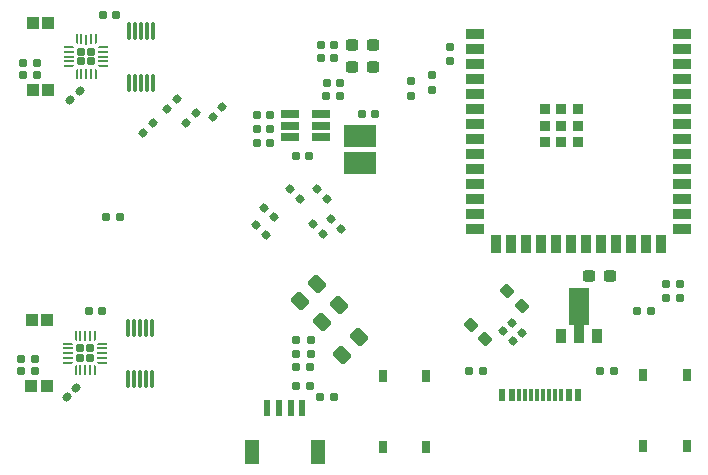
<source format=gbr>
%TF.GenerationSoftware,KiCad,Pcbnew,7.0.2*%
%TF.CreationDate,2023-05-16T16:20:19-04:00*%
%TF.ProjectId,mini_motor_go,6d696e69-5f6d-46f7-946f-725f676f2e6b,rev?*%
%TF.SameCoordinates,Original*%
%TF.FileFunction,Paste,Top*%
%TF.FilePolarity,Positive*%
%FSLAX46Y46*%
G04 Gerber Fmt 4.6, Leading zero omitted, Abs format (unit mm)*
G04 Created by KiCad (PCBNEW 7.0.2) date 2023-05-16 16:20:19*
%MOMM*%
%LPD*%
G01*
G04 APERTURE LIST*
G04 Aperture macros list*
%AMRoundRect*
0 Rectangle with rounded corners*
0 $1 Rounding radius*
0 $2 $3 $4 $5 $6 $7 $8 $9 X,Y pos of 4 corners*
0 Add a 4 corners polygon primitive as box body*
4,1,4,$2,$3,$4,$5,$6,$7,$8,$9,$2,$3,0*
0 Add four circle primitives for the rounded corners*
1,1,$1+$1,$2,$3*
1,1,$1+$1,$4,$5*
1,1,$1+$1,$6,$7*
1,1,$1+$1,$8,$9*
0 Add four rect primitives between the rounded corners*
20,1,$1+$1,$2,$3,$4,$5,0*
20,1,$1+$1,$4,$5,$6,$7,0*
20,1,$1+$1,$6,$7,$8,$9,0*
20,1,$1+$1,$8,$9,$2,$3,0*%
%AMFreePoly0*
4,1,14,0.289644,0.110355,0.410355,-0.010356,0.425000,-0.045711,0.425000,-0.075000,0.410355,-0.110355,0.375000,-0.125000,-0.375000,-0.125000,-0.410355,-0.110355,-0.425000,-0.075000,-0.425000,0.075000,-0.410355,0.110355,-0.375000,0.125000,0.254289,0.125000,0.289644,0.110355,0.289644,0.110355,$1*%
%AMFreePoly1*
4,1,14,0.410355,0.110355,0.425000,0.075000,0.425000,0.045711,0.410355,0.010356,0.289644,-0.110355,0.254289,-0.125000,-0.375000,-0.125000,-0.410355,-0.110355,-0.425000,-0.075000,-0.425000,0.075000,-0.410355,0.110355,-0.375000,0.125000,0.375000,0.125000,0.410355,0.110355,0.410355,0.110355,$1*%
%AMFreePoly2*
4,1,14,0.110355,0.410355,0.125000,0.375000,0.125000,-0.375000,0.110355,-0.410355,0.075000,-0.425000,-0.075000,-0.425000,-0.110355,-0.410355,-0.125000,-0.375000,-0.125000,0.254289,-0.110355,0.289644,0.010356,0.410355,0.045711,0.425000,0.075000,0.425000,0.110355,0.410355,0.110355,0.410355,$1*%
%AMFreePoly3*
4,1,14,-0.010356,0.410355,0.110355,0.289644,0.125000,0.254289,0.125000,-0.375000,0.110355,-0.410355,0.075000,-0.425000,-0.075000,-0.425000,-0.110355,-0.410355,-0.125000,-0.375000,-0.125000,0.375000,-0.110355,0.410355,-0.075000,0.425000,-0.045711,0.425000,-0.010356,0.410355,-0.010356,0.410355,$1*%
%AMFreePoly4*
4,1,14,0.410355,0.110355,0.425000,0.075000,0.425000,-0.075000,0.410355,-0.110355,0.375000,-0.125000,-0.254289,-0.125000,-0.289644,-0.110355,-0.410355,0.010356,-0.425000,0.045711,-0.425000,0.075000,-0.410355,0.110355,-0.375000,0.125000,0.375000,0.125000,0.410355,0.110355,0.410355,0.110355,$1*%
%AMFreePoly5*
4,1,14,0.410355,0.110355,0.425000,0.075000,0.425000,-0.075000,0.410355,-0.110355,0.375000,-0.125000,-0.375000,-0.125000,-0.410355,-0.110355,-0.425000,-0.075000,-0.425000,-0.045711,-0.410355,-0.010356,-0.289644,0.110355,-0.254289,0.125000,0.375000,0.125000,0.410355,0.110355,0.410355,0.110355,$1*%
%AMFreePoly6*
4,1,14,0.110355,0.410355,0.125000,0.375000,0.125000,-0.254289,0.110355,-0.289644,-0.010356,-0.410355,-0.045711,-0.425000,-0.075000,-0.425000,-0.110355,-0.410355,-0.125000,-0.375000,-0.125000,0.375000,-0.110355,0.410355,-0.075000,0.425000,0.075000,0.425000,0.110355,0.410355,0.110355,0.410355,$1*%
%AMFreePoly7*
4,1,14,0.110355,0.410355,0.125000,0.375000,0.125000,-0.375000,0.110355,-0.410355,0.075000,-0.425000,0.045711,-0.425000,0.010356,-0.410355,-0.110355,-0.289644,-0.125000,-0.254289,-0.125000,0.375000,-0.110355,0.410355,-0.075000,0.425000,0.075000,0.425000,0.110355,0.410355,0.110355,0.410355,$1*%
%AMFreePoly8*
4,1,9,3.862500,-0.866500,0.737500,-0.866500,0.737500,-0.450000,-0.737500,-0.450000,-0.737500,0.450000,0.737500,0.450000,0.737500,0.866500,3.862500,0.866500,3.862500,-0.866500,3.862500,-0.866500,$1*%
G04 Aperture macros list end*
%ADD10R,1.100000X1.000000*%
%ADD11RoundRect,0.172500X0.172500X-0.172500X0.172500X0.172500X-0.172500X0.172500X-0.172500X-0.172500X0*%
%ADD12FreePoly0,90.000000*%
%ADD13RoundRect,0.062500X0.062500X-0.362500X0.062500X0.362500X-0.062500X0.362500X-0.062500X-0.362500X0*%
%ADD14FreePoly1,90.000000*%
%ADD15FreePoly2,90.000000*%
%ADD16RoundRect,0.062500X0.362500X-0.062500X0.362500X0.062500X-0.362500X0.062500X-0.362500X-0.062500X0*%
%ADD17FreePoly3,90.000000*%
%ADD18FreePoly4,90.000000*%
%ADD19RoundRect,0.062500X0.062500X-0.350000X0.062500X0.350000X-0.062500X0.350000X-0.062500X-0.350000X0*%
%ADD20FreePoly5,90.000000*%
%ADD21FreePoly6,90.000000*%
%ADD22FreePoly7,90.000000*%
%ADD23RoundRect,0.155000X0.040659X0.259862X-0.259862X-0.040659X-0.040659X-0.259862X0.259862X0.040659X0*%
%ADD24RoundRect,0.160000X-0.160000X0.197500X-0.160000X-0.197500X0.160000X-0.197500X0.160000X0.197500X0*%
%ADD25RoundRect,0.030000X0.120000X-0.695000X0.120000X0.695000X-0.120000X0.695000X-0.120000X-0.695000X0*%
%ADD26RoundRect,0.160000X0.026517X0.252791X-0.252791X-0.026517X-0.026517X-0.252791X0.252791X0.026517X0*%
%ADD27RoundRect,0.250000X0.088388X-0.548008X0.548008X-0.088388X-0.088388X0.548008X-0.548008X0.088388X0*%
%ADD28RoundRect,0.160000X0.197500X0.160000X-0.197500X0.160000X-0.197500X-0.160000X0.197500X-0.160000X0*%
%ADD29RoundRect,0.160000X-0.197500X-0.160000X0.197500X-0.160000X0.197500X0.160000X-0.197500X0.160000X0*%
%ADD30RoundRect,0.155000X-0.212500X-0.155000X0.212500X-0.155000X0.212500X0.155000X-0.212500X0.155000X0*%
%ADD31R,2.800000X1.850000*%
%ADD32RoundRect,0.160000X0.160000X-0.197500X0.160000X0.197500X-0.160000X0.197500X-0.160000X-0.197500X0*%
%ADD33R,0.700000X1.000000*%
%ADD34RoundRect,0.155000X0.212500X0.155000X-0.212500X0.155000X-0.212500X-0.155000X0.212500X-0.155000X0*%
%ADD35RoundRect,0.160000X-0.026517X-0.252791X0.252791X0.026517X0.026517X0.252791X-0.252791X-0.026517X0*%
%ADD36R,1.500000X0.900000*%
%ADD37R,0.900000X1.500000*%
%ADD38R,0.900000X0.900000*%
%ADD39RoundRect,0.160000X-0.252791X0.026517X0.026517X-0.252791X0.252791X-0.026517X-0.026517X0.252791X0*%
%ADD40RoundRect,0.160000X0.252791X-0.026517X-0.026517X0.252791X-0.252791X0.026517X0.026517X-0.252791X0*%
%ADD41RoundRect,0.237500X0.380070X-0.044194X-0.044194X0.380070X-0.380070X0.044194X0.044194X-0.380070X0*%
%ADD42RoundRect,0.237500X-0.300000X-0.237500X0.300000X-0.237500X0.300000X0.237500X-0.300000X0.237500X0*%
%ADD43R,1.560000X0.650000*%
%ADD44R,0.600000X1.100000*%
%ADD45R,0.300000X1.100000*%
%ADD46RoundRect,0.155000X-0.155000X0.212500X-0.155000X-0.212500X0.155000X-0.212500X0.155000X0.212500X0*%
%ADD47RoundRect,0.237500X0.300000X0.237500X-0.300000X0.237500X-0.300000X-0.237500X0.300000X-0.237500X0*%
%ADD48R,0.599440X1.348740*%
%ADD49R,1.198880X1.998980*%
%ADD50R,0.900000X1.300000*%
%ADD51FreePoly8,90.000000*%
G04 APERTURE END LIST*
D10*
%TO.C,R1*%
X122602301Y-89038832D03*
X121302301Y-89038832D03*
%TD*%
%TO.C,R2*%
X122616183Y-83423249D03*
X121316183Y-83423249D03*
%TD*%
%TO.C,R15*%
X122692299Y-63932415D03*
X121392299Y-63932415D03*
%TD*%
%TO.C,R16*%
X122707923Y-58313966D03*
X121407923Y-58313966D03*
%TD*%
D11*
%TO.C,U5*%
X125439938Y-86644093D03*
X126239938Y-86644093D03*
X125439938Y-85844093D03*
X126239938Y-85844093D03*
D12*
X125039938Y-87694093D03*
D13*
X125439938Y-87694093D03*
X125839938Y-87694093D03*
X126239938Y-87694093D03*
D14*
X126639938Y-87694093D03*
D15*
X127289938Y-87044093D03*
D16*
X127289938Y-86644093D03*
X127289938Y-86244093D03*
X127289938Y-85844093D03*
D17*
X127289938Y-85444093D03*
D18*
X126639938Y-84794093D03*
D13*
X126239938Y-84794093D03*
D19*
X125839938Y-84806593D03*
D13*
X125439938Y-84794093D03*
D20*
X125039938Y-84794093D03*
D21*
X124389938Y-85444093D03*
D16*
X124389938Y-85844093D03*
X124389938Y-86244093D03*
X124389938Y-86644093D03*
D22*
X124389938Y-87044093D03*
%TD*%
D11*
%TO.C,U2*%
X125531600Y-61536400D03*
X126331600Y-61536400D03*
X125531600Y-60736400D03*
X126331600Y-60736400D03*
D12*
X125131600Y-62586400D03*
D13*
X125531600Y-62586400D03*
X125931600Y-62586400D03*
X126331600Y-62586400D03*
D14*
X126731600Y-62586400D03*
D15*
X127381600Y-61936400D03*
D16*
X127381600Y-61536400D03*
X127381600Y-61136400D03*
X127381600Y-60736400D03*
D17*
X127381600Y-60336400D03*
D18*
X126731600Y-59686400D03*
D13*
X126331600Y-59686400D03*
D19*
X125931600Y-59698900D03*
D13*
X125531600Y-59686400D03*
D20*
X125131600Y-59686400D03*
D21*
X124481600Y-60336400D03*
D16*
X124481600Y-60736400D03*
X124481600Y-61136400D03*
X124481600Y-61536400D03*
D22*
X124481600Y-61936400D03*
%TD*%
D23*
%TO.C,C2*%
X125104280Y-89164457D03*
X124301714Y-89967023D03*
%TD*%
D24*
%TO.C,R14*%
X153416000Y-63246000D03*
X153416000Y-64441000D03*
%TD*%
D25*
%TO.C,U4*%
X129570599Y-63370400D03*
X130070599Y-63370400D03*
X130570599Y-63370400D03*
X131070599Y-63370400D03*
X131570599Y-63370400D03*
X131570599Y-58970400D03*
X131070599Y-58970400D03*
X130570599Y-58970400D03*
X130070599Y-58970400D03*
X129570599Y-58970400D03*
%TD*%
D26*
%TO.C,R7*%
X135233210Y-65934790D03*
X134388218Y-66779782D03*
%TD*%
D27*
%TO.C,<-3V3*%
X144001476Y-81810181D03*
X145451044Y-80360613D03*
%TD*%
%TO.C,<-Io8*%
X147614454Y-86368783D03*
X149064022Y-84919215D03*
%TD*%
D25*
%TO.C,U3*%
X129479524Y-88476458D03*
X129979524Y-88476458D03*
X130479524Y-88476458D03*
X130979524Y-88476458D03*
X131479524Y-88476458D03*
X131479524Y-84076458D03*
X130979524Y-84076458D03*
X130479524Y-84076458D03*
X129979524Y-84076458D03*
X129479524Y-84076458D03*
%TD*%
D28*
%TO.C,R25*%
X173781468Y-82714817D03*
X172586468Y-82714817D03*
%TD*%
D29*
%TO.C,R17*%
X146242500Y-64472000D03*
X147437500Y-64472000D03*
%TD*%
D28*
%TO.C,R33*%
X144925100Y-85160104D03*
X143730100Y-85160104D03*
%TD*%
D30*
%TO.C,C6*%
X120616900Y-62664000D03*
X121751900Y-62664000D03*
%TD*%
D31*
%TO.C,L1*%
X149098000Y-67883000D03*
X149098000Y-70183000D03*
%TD*%
D28*
%TO.C,R22*%
X144932658Y-86282843D03*
X143737658Y-86282843D03*
%TD*%
D26*
%TO.C,R5*%
X133634815Y-64739185D03*
X132789823Y-65584177D03*
%TD*%
D28*
%TO.C,R24*%
X170642456Y-87745727D03*
X169447456Y-87745727D03*
%TD*%
D32*
%TO.C,R19*%
X141485388Y-68458015D03*
X141485388Y-67263015D03*
%TD*%
D30*
%TO.C,C13*%
X146296573Y-63398198D03*
X147431573Y-63398198D03*
%TD*%
D33*
%TO.C,J7*%
X173084000Y-94138000D03*
X173084000Y-88138000D03*
X176784000Y-94138000D03*
X176784000Y-88138000D03*
%TD*%
D34*
%TO.C,C5*%
X121749900Y-61643600D03*
X120614900Y-61643600D03*
%TD*%
D35*
%TO.C,R9*%
X130779185Y-67594815D03*
X131624177Y-66749823D03*
%TD*%
D36*
%TO.C,U1*%
X158890000Y-59260000D03*
X158890000Y-60530000D03*
X158890000Y-61800000D03*
X158890000Y-63070000D03*
X158890000Y-64340000D03*
X158890000Y-65610000D03*
X158890000Y-66880000D03*
X158890000Y-68150000D03*
X158890000Y-69420000D03*
X158890000Y-70690000D03*
X158890000Y-71960000D03*
X158890000Y-73230000D03*
X158890000Y-74500000D03*
X158890000Y-75770000D03*
D37*
X160655000Y-77020000D03*
X161925000Y-77020000D03*
X163195000Y-77020000D03*
X164465000Y-77020000D03*
X165735000Y-77020000D03*
X167005000Y-77020000D03*
X168275000Y-77020000D03*
X169545000Y-77020000D03*
X170815000Y-77020000D03*
X172085000Y-77020000D03*
X173355000Y-77020000D03*
X174625000Y-77020000D03*
D36*
X176390000Y-75770000D03*
X176390000Y-74500000D03*
X176390000Y-73230000D03*
X176390000Y-71960000D03*
X176390000Y-70690000D03*
X176390000Y-69420000D03*
X176390000Y-68150000D03*
X176390000Y-66880000D03*
X176390000Y-65610000D03*
X176390000Y-64340000D03*
X176390000Y-63070000D03*
X176390000Y-61800000D03*
X176390000Y-60530000D03*
X176390000Y-59260000D03*
D38*
X164740000Y-65580000D03*
X164740000Y-66980000D03*
X164740000Y-68380000D03*
X166140000Y-65580000D03*
X166140000Y-66980000D03*
X166140000Y-68380000D03*
X167540000Y-65580000D03*
X167540000Y-66980000D03*
X167540000Y-68380000D03*
%TD*%
D24*
%TO.C,R10*%
X155194000Y-62738000D03*
X155194000Y-63933000D03*
%TD*%
D29*
%TO.C,R23*%
X158335161Y-87723495D03*
X159530161Y-87723495D03*
%TD*%
D39*
%TO.C,R11*%
X145437646Y-72329225D03*
X146282638Y-73174217D03*
%TD*%
D40*
%TO.C,R3*%
X147529735Y-75735409D03*
X146684743Y-74890417D03*
%TD*%
D29*
%TO.C,R27*%
X175035536Y-80395264D03*
X176230536Y-80395264D03*
%TD*%
%TO.C,R26*%
X175034864Y-81603353D03*
X176229864Y-81603353D03*
%TD*%
D34*
%TO.C,C1*%
X121565890Y-86727162D03*
X120430890Y-86727162D03*
%TD*%
D39*
%TO.C,R20*%
X162022197Y-83666041D03*
X162867189Y-84511033D03*
%TD*%
D41*
%TO.C,C20*%
X159722421Y-85046421D03*
X158502661Y-83826661D03*
%TD*%
D30*
%TO.C,C3*%
X120435690Y-87750768D03*
X121570690Y-87750768D03*
%TD*%
D42*
%TO.C,C18*%
X168539500Y-79712000D03*
X170264500Y-79712000D03*
%TD*%
D33*
%TO.C,J6*%
X151024197Y-94152726D03*
X151024197Y-88152726D03*
X154724197Y-94152726D03*
X154724197Y-88152726D03*
%TD*%
D39*
%TO.C,R13*%
X140970856Y-73914856D03*
X141815848Y-74759848D03*
%TD*%
D43*
%TO.C,U7*%
X145856000Y-67934001D03*
X145856000Y-66984001D03*
X145856000Y-66034001D03*
X143156000Y-66034001D03*
X143156000Y-66984001D03*
X143156000Y-67934001D03*
%TD*%
D34*
%TO.C,C8*%
X128465516Y-57615537D03*
X127330516Y-57615537D03*
%TD*%
D44*
%TO.C,J11*%
X161170000Y-89770000D03*
X161970000Y-89770000D03*
D45*
X163120000Y-89770000D03*
X164120000Y-89770000D03*
X164620000Y-89770000D03*
X165620000Y-89770000D03*
D44*
X167570000Y-89770000D03*
X166770000Y-89770000D03*
D45*
X166120000Y-89770000D03*
X165120000Y-89770000D03*
X163620000Y-89770000D03*
X162620000Y-89770000D03*
%TD*%
D46*
%TO.C,C14*%
X146936000Y-60138500D03*
X146936000Y-61273500D03*
%TD*%
D29*
%TO.C,R29*%
X143716150Y-88987791D03*
X144911150Y-88987791D03*
%TD*%
%TO.C,R31*%
X127612469Y-74754958D03*
X128807469Y-74754958D03*
%TD*%
D24*
%TO.C,R30*%
X156723042Y-60354469D03*
X156723042Y-61549469D03*
%TD*%
D30*
%TO.C,C17*%
X149292500Y-65984000D03*
X150427500Y-65984000D03*
%TD*%
D41*
%TO.C,C19*%
X162791634Y-82231208D03*
X161571874Y-81011448D03*
%TD*%
D40*
%TO.C,R6*%
X145974749Y-76124749D03*
X145129757Y-75279757D03*
%TD*%
D28*
%TO.C,R32*%
X144924463Y-87422886D03*
X143729463Y-87422886D03*
%TD*%
D30*
%TO.C,C16*%
X140402500Y-66046001D03*
X141537500Y-66046001D03*
%TD*%
D46*
%TO.C,C12*%
X145796000Y-60138501D03*
X145796000Y-61273501D03*
%TD*%
D47*
%TO.C,C11*%
X150176500Y-61998000D03*
X148451500Y-61998000D03*
%TD*%
D26*
%TO.C,R12*%
X137473210Y-65426790D03*
X136628218Y-66271782D03*
%TD*%
D47*
%TO.C,C9*%
X150176500Y-60190000D03*
X148451500Y-60190000D03*
%TD*%
D23*
%TO.C,C7*%
X125390615Y-64045637D03*
X124588049Y-64848203D03*
%TD*%
D48*
%TO.C,J5*%
X141249400Y-90932000D03*
X142250160Y-90932000D03*
X143245840Y-90932000D03*
X144246600Y-90932000D03*
D49*
X145547080Y-94604840D03*
X139948920Y-94604840D03*
%TD*%
D28*
%TO.C,R28*%
X146885250Y-89929808D03*
X145690250Y-89929808D03*
%TD*%
D27*
%TO.C,<-Io38*%
X145856402Y-83648731D03*
X147305970Y-82199163D03*
%TD*%
D39*
%TO.C,R21*%
X161236811Y-84398967D03*
X162081803Y-85243959D03*
%TD*%
%TO.C,R8*%
X140314066Y-75395277D03*
X141159058Y-76240269D03*
%TD*%
D34*
%TO.C,C15*%
X144839500Y-69528000D03*
X143704500Y-69528000D03*
%TD*%
D50*
%TO.C,U6*%
X166140001Y-84754000D03*
D51*
X167640001Y-84666500D03*
D50*
X169140001Y-84754000D03*
%TD*%
D34*
%TO.C,C4*%
X127292400Y-82641401D03*
X126157400Y-82641401D03*
%TD*%
D32*
%TO.C,R18*%
X140374867Y-68481496D03*
X140374867Y-67286496D03*
%TD*%
D39*
%TO.C,R4*%
X143167761Y-72374741D03*
X144012753Y-73219733D03*
%TD*%
M02*

</source>
